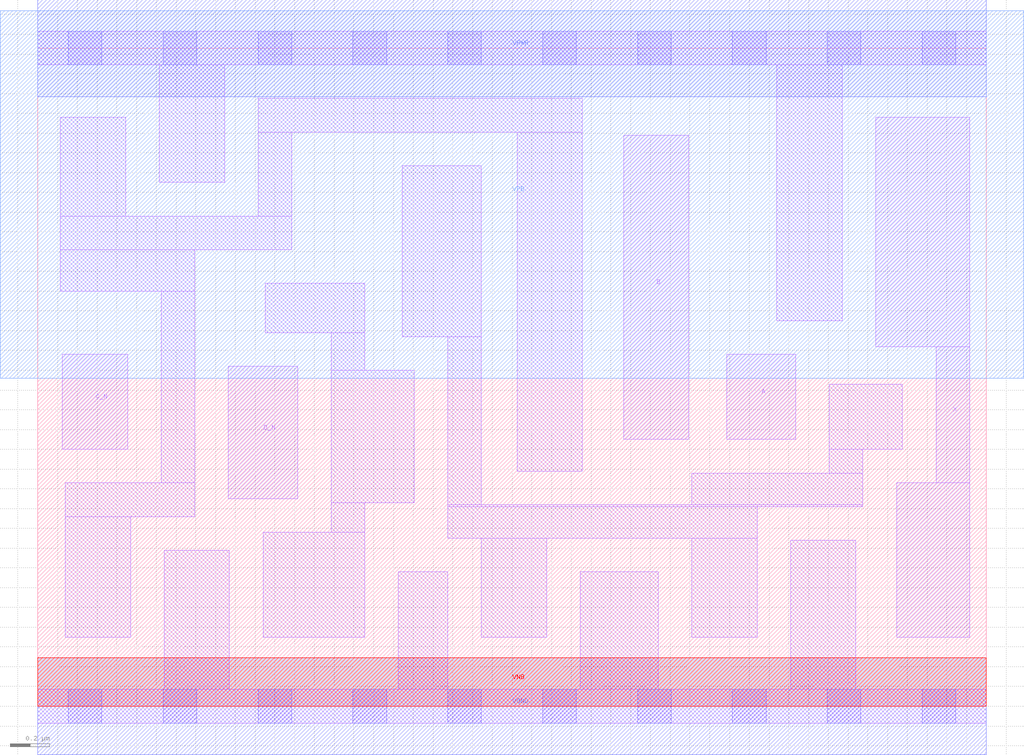
<source format=lef>
# Copyright 2020 The SkyWater PDK Authors
#
# Licensed under the Apache License, Version 2.0 (the "License");
# you may not use this file except in compliance with the License.
# You may obtain a copy of the License at
#
#     https://www.apache.org/licenses/LICENSE-2.0
#
# Unless required by applicable law or agreed to in writing, software
# distributed under the License is distributed on an "AS IS" BASIS,
# WITHOUT WARRANTIES OR CONDITIONS OF ANY KIND, either express or implied.
# See the License for the specific language governing permissions and
# limitations under the License.
#
# SPDX-License-Identifier: Apache-2.0

VERSION 5.7 ;
  NOWIREEXTENSIONATPIN ON ;
  DIVIDERCHAR "/" ;
  BUSBITCHARS "[]" ;
MACRO sky130_fd_sc_ls__or4bb_1
  CLASS CORE ;
  FOREIGN sky130_fd_sc_ls__or4bb_1 ;
  ORIGIN  0.000000  0.000000 ;
  SIZE  4.800000 BY  3.330000 ;
  SYMMETRY X Y ;
  SITE unit ;
  PIN A
    ANTENNAGATEAREA  0.232500 ;
    DIRECTION INPUT ;
    USE SIGNAL ;
    PORT
      LAYER li1 ;
        RECT 3.485000 1.350000 3.835000 1.780000 ;
    END
  END A
  PIN B
    ANTENNAGATEAREA  0.232500 ;
    DIRECTION INPUT ;
    USE SIGNAL ;
    PORT
      LAYER li1 ;
        RECT 2.965000 1.350000 3.295000 2.890000 ;
    END
  END B
  PIN C_N
    ANTENNAGATEAREA  0.208500 ;
    DIRECTION INPUT ;
    USE SIGNAL ;
    PORT
      LAYER li1 ;
        RECT 0.125000 1.300000 0.455000 1.780000 ;
    END
  END C_N
  PIN D_N
    ANTENNAGATEAREA  0.208500 ;
    DIRECTION INPUT ;
    USE SIGNAL ;
    PORT
      LAYER li1 ;
        RECT 0.965000 1.050000 1.315000 1.720000 ;
    END
  END D_N
  PIN X
    ANTENNADIFFAREA  0.541300 ;
    DIRECTION OUTPUT ;
    USE SIGNAL ;
    PORT
      LAYER li1 ;
        RECT 4.240000 1.820000 4.715000 2.980000 ;
        RECT 4.345000 0.350000 4.715000 1.130000 ;
        RECT 4.545000 1.130000 4.715000 1.820000 ;
    END
  END X
  PIN VGND
    DIRECTION INOUT ;
    SHAPE ABUTMENT ;
    USE GROUND ;
    PORT
      LAYER met1 ;
        RECT 0.000000 -0.245000 4.800000 0.245000 ;
    END
  END VGND
  PIN VNB
    DIRECTION INOUT ;
    USE GROUND ;
    PORT
      LAYER pwell ;
        RECT 0.000000 0.000000 4.800000 0.245000 ;
    END
  END VNB
  PIN VPB
    DIRECTION INOUT ;
    USE POWER ;
    PORT
      LAYER nwell ;
        RECT -0.190000 1.660000 4.990000 3.520000 ;
    END
  END VPB
  PIN VPWR
    DIRECTION INOUT ;
    SHAPE ABUTMENT ;
    USE POWER ;
    PORT
      LAYER met1 ;
        RECT 0.000000 3.085000 4.800000 3.575000 ;
    END
  END VPWR
  OBS
    LAYER li1 ;
      RECT 0.000000 -0.085000 4.800000 0.085000 ;
      RECT 0.000000  3.245000 4.800000 3.415000 ;
      RECT 0.115000  2.100000 0.795000 2.310000 ;
      RECT 0.115000  2.310000 1.285000 2.480000 ;
      RECT 0.115000  2.480000 0.445000 2.980000 ;
      RECT 0.140000  0.350000 0.470000 0.960000 ;
      RECT 0.140000  0.960000 0.795000 1.130000 ;
      RECT 0.615000  2.650000 0.945000 3.245000 ;
      RECT 0.625000  1.130000 0.795000 2.100000 ;
      RECT 0.640000  0.085000 0.970000 0.790000 ;
      RECT 1.115000  2.480000 1.285000 2.905000 ;
      RECT 1.115000  2.905000 2.755000 3.075000 ;
      RECT 1.140000  0.350000 1.655000 0.880000 ;
      RECT 1.150000  1.890000 1.655000 2.140000 ;
      RECT 1.485000  0.880000 1.655000 1.030000 ;
      RECT 1.485000  1.030000 1.905000 1.700000 ;
      RECT 1.485000  1.700000 1.655000 1.890000 ;
      RECT 1.825000  0.085000 2.075000 0.680000 ;
      RECT 1.845000  1.870000 2.245000 2.735000 ;
      RECT 2.075000  0.850000 3.640000 1.010000 ;
      RECT 2.075000  1.010000 4.175000 1.020000 ;
      RECT 2.075000  1.020000 2.245000 1.870000 ;
      RECT 2.245000  0.350000 2.575000 0.850000 ;
      RECT 2.425000  1.190000 2.755000 2.905000 ;
      RECT 2.745000  0.085000 3.140000 0.680000 ;
      RECT 3.310000  0.350000 3.640000 0.850000 ;
      RECT 3.310000  1.020000 4.175000 1.180000 ;
      RECT 3.740000  1.950000 4.070000 3.245000 ;
      RECT 3.810000  0.085000 4.140000 0.840000 ;
      RECT 4.005000  1.180000 4.175000 1.300000 ;
      RECT 4.005000  1.300000 4.375000 1.630000 ;
    LAYER mcon ;
      RECT 0.155000 -0.085000 0.325000 0.085000 ;
      RECT 0.155000  3.245000 0.325000 3.415000 ;
      RECT 0.635000 -0.085000 0.805000 0.085000 ;
      RECT 0.635000  3.245000 0.805000 3.415000 ;
      RECT 1.115000 -0.085000 1.285000 0.085000 ;
      RECT 1.115000  3.245000 1.285000 3.415000 ;
      RECT 1.595000 -0.085000 1.765000 0.085000 ;
      RECT 1.595000  3.245000 1.765000 3.415000 ;
      RECT 2.075000 -0.085000 2.245000 0.085000 ;
      RECT 2.075000  3.245000 2.245000 3.415000 ;
      RECT 2.555000 -0.085000 2.725000 0.085000 ;
      RECT 2.555000  3.245000 2.725000 3.415000 ;
      RECT 3.035000 -0.085000 3.205000 0.085000 ;
      RECT 3.035000  3.245000 3.205000 3.415000 ;
      RECT 3.515000 -0.085000 3.685000 0.085000 ;
      RECT 3.515000  3.245000 3.685000 3.415000 ;
      RECT 3.995000 -0.085000 4.165000 0.085000 ;
      RECT 3.995000  3.245000 4.165000 3.415000 ;
      RECT 4.475000 -0.085000 4.645000 0.085000 ;
      RECT 4.475000  3.245000 4.645000 3.415000 ;
  END
END sky130_fd_sc_ls__or4bb_1
END LIBRARY

</source>
